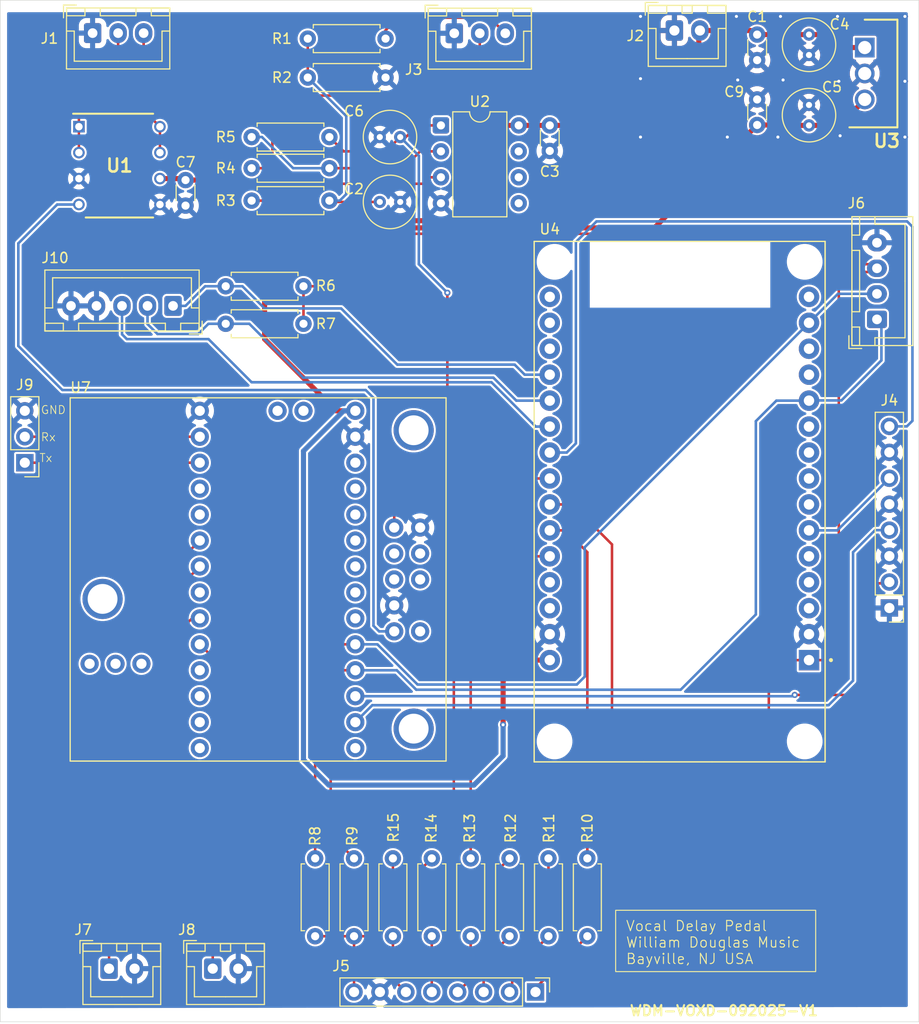
<source format=kicad_pcb>
(kicad_pcb (version 20241229) (generator "pcbnew") (generator_version "9.0")
  (title_block (title "Vocal delay Pedal") (date "2025-09-20") (rev "1") (company "William Douglas Music"))
  (layers (0 "F.Cu" signal) (2 "B.Cu" signal) (13 "F.Paste" user) (15 "B.Paste" user) (5 "F.SilkS" user "F.Silkscreen") (7 "B.SilkS" user "B.Silkscreen") (1 "F.Mask" user) (3 "B.Mask" user) (25 "Edge.Cuts" user))
  (net 0 "")
  (net 1 "GND")
  (net 2 "+9V")
  (net 3 "/VGND")
  (net 4 "+5V")
  (net 5 "Net-(J3-Pin_2)")
  (net 6 "Net-(J3-Pin_3)")
  (net 7 "SDA")
  (net 8 "+3.3V")
  (net 9 "SCL")
  (net 10 "Net-(J7-Pin_1)")
  (net 11 "Net-(J8-Pin_1)")
  (net 12 "Net-(J9-Pin_2)")
  (net 13 "LED2")
  (net 14 "LED5")
  (net 15 "LED4")
  (net 16 "LED1")
  (net 17 "LED3")
  (net 18 "LED6")
  (net 19 "SIO1")
  (net 20 "SIO4")
  (net 21 "SIO3")
  (net 22 "SIO2")
  (net 23 "LINE_IN_L")
  (net 24 "LINE_OUT_L")
  (net 25 "Net-(J1-Pin_2)")
  (net 26 "Net-(J1-Pin_3)")
  (net 27 "Net-(J9-Pin_1)")
  (net 28 "Net-(J10-Pin_1)")
  (net 29 "Net-(J10-Pin_2)")
  (net 30 "Net-(J10-Pin_3)")
  (net 31 "Net-(U2A-+)")
  (net 32 "Net-(U2A--)")
  (net 64 "Net-(J5-Pin_3)")
  (net 65 "Net-(J5-Pin_2)")
  (net 66 "Net-(J5-Pin_6)")
  (net 67 "Net-(J5-Pin_5)")
  (net 68 "Net-(J5-Pin_1)")
  (net 69 "Net-(J5-Pin_4)")
  (footprint "Connector_JST:JST_XH_B2B-XH-A_1x02_P2.50mm_Vertical" (layer "F.Cu") (at 70.477 150.807)
    (property "Reference" "J7")
    (property "Value" "Stomp SW1")
  )
  (footprint "Resistor_THT:R_Axial_DIN0207_L6.3mm_D2.5mm_P7.62mm_Horizontal" (layer "F.Cu") (at 98.29 140.012 -90)
    (property "Reference" "R15")
    (property "Value" "470" (hide yes))
  )
  (footprint "Connector_PinHeader_2.54mm:PinHeader_1x08_P2.54mm_Vertical" (layer "F.Cu") (at 146.931 115.501 180)
    (property "Reference" "J4")
    (property "Value" "Spare IO Header")
  )
  (footprint "Capacitor_THT:C_Radial_D5.0mm_H5.0mm_P2.00mm" (layer "F.Cu") (at 139.057 59.367 -90)
    (property "Reference" "C4")
    (property "Value" "100uf" (hide yes))
  )
  (footprint "Capacitor_THT:C_Disc_D3.0mm_W1.6mm_P2.50mm" (layer "F.Cu") (at 133.977 65.717 -90)
    (property "Reference" "C9")
    (property "Value" ".1uf" (hide yes))
  )
  (footprint "Resistor_THT:R_Axial_DIN0207_L6.3mm_D2.5mm_P7.62mm_Horizontal" (layer "F.Cu") (at 89.948 63.575)
    (property "Reference" "R2")
    (property "Value" "10K" (hide yes))
  )
  (footprint "Connector_JST:JST_XH_B2B-XH-A_1x02_P2.50mm_Vertical" (layer "F.Cu") (at 125.869 58.969)
    (property "Reference" "J2")
    (property "Value" "9V Supply")
  )
  (footprint "Resistor_THT:R_Axial_DIN0207_L6.3mm_D2.5mm_P7.62mm_Horizontal" (layer "F.Cu") (at 117.34 140.012 -90)
    (property "Reference" "R10")
    (property "Value" "470" (hide yes))
  )
  (footprint "Resistor_THT:R_Axial_DIN0207_L6.3mm_D2.5mm_P7.62mm_Horizontal" (layer "F.Cu") (at 84.447 69.4)
    (property "Reference" "R5")
    (property "Value" "1K" (hide yes))
  )
  (footprint "Resistor_THT:R_Axial_DIN0207_L6.3mm_D2.5mm_P7.62mm_Horizontal" (layer "F.Cu") (at 90.67 147.632 90)
    (property "Reference" "R8")
    (property "Value" "4.7K" (hide yes))
  )
  (footprint "Resistor_THT:R_Axial_DIN0207_L6.3mm_D2.5mm_P7.62mm_Horizontal" (layer "F.Cu") (at 105.91 140.012 -90)
    (property "Reference" "R13")
    (property "Value" "470" (hide yes))
  )
  (footprint "Connector_JST:JST_XH_B4B-XH-A_1x04_P2.50mm_Vertical" (layer "F.Cu") (at 145.717 87.247 90)
    (property "Reference" "J6")
    (property "Value" "OLED Display")
  )
  (footprint "Connector_PinHeader_2.54mm:PinHeader_1x03_P2.54mm_Vertical" (layer "F.Cu") (at 62.222 101.277 180)
    (property "Reference" "J9")
    (property "Value" "Conn_01x03_Pin" (hide yes))
  )
  (footprint "Resistor_THT:R_Axial_DIN0207_L6.3mm_D2.5mm_P7.62mm_Horizontal" (layer "F.Cu") (at 92.067 75.623 180)
    (property "Reference" "R3")
    (property "Value" "10K" (hide yes))
  )
  (footprint "MySamacSys:MODULE_DEV-15845" (layer "F.Cu") (at 84.447 112.707 -90)
    (property "Reference" "U7")
    (property "Value" "Audio_Shield")
  )
  (footprint "MySamacSys:DIP794W53P254L959H508Q8N" (layer "F.Cu") (at 71.493 72.194)
    (property "Reference" "U1")
    (property "Value" "DRV134PA" (hide yes))
  )
  (footprint "Resistor_THT:R_Axial_DIN0207_L6.3mm_D2.5mm_P7.62mm_Horizontal" (layer "F.Cu") (at 89.527 84.005 180)
    (property "Reference" "R6")
    (property "Value" "10K" (hide yes))
  )
  (footprint "Resistor_THT:R_Axial_DIN0207_L6.3mm_D2.5mm_P7.62mm_Horizontal" (layer "F.Cu") (at 84.447 72.448)
    (property "Reference" "R4")
    (property "Value" "10K" (hide yes))
  )
  (footprint "Capacitor_THT:C_Disc_D3.0mm_W1.6mm_P2.50mm" (layer "F.Cu") (at 133.977 59.367 -90)
    (property "Reference" "C1")
    (property "Value" ".1uf" (hide yes))
  )
  (footprint "Package_DIP:DIP-8_W7.62mm" (layer "F.Cu") (at 102.994 68.257)
    (property "Reference" "U2")
    (property "Value" "NE5532")
  )
  (footprint "Connector_JST:JST_XH_B5B-XH-A_1x05_P2.50mm_Vertical" (layer "F.Cu") (at 76.747 85.927 180)
    (property "Reference" "J10")
    (property "Value" "Encoder_With_Sw")
  )
  (footprint "Resistor_THT:R_Axial_DIN0207_L6.3mm_D2.5mm_P7.62mm_Horizontal" (layer "F.Cu") (at 102.1 140.012 -90)
    (property "Reference" "R14")
    (property "Value" "470" (hide yes))
  )
  (footprint "Connector_JST:JST_XH_B3B-XH-A_1x03_P2.50mm_Vertical" (layer "F.Cu") (at 68.866 59.223)
    (property "Reference" "J1")
    (property "Value" "XLR Out")
  )
  (footprint "MySamacSys:TO254P470X1028X1955-3P" (layer "F.Cu") (at 144.518 60.637 -90)
    (property "Reference" "U3")
    (property "Value" "LM2940T-5.0_NOPB" (hide yes))
  )
  (footprint "Resistor_THT:R_Axial_DIN0207_L6.3mm_D2.5mm_P7.62mm_Horizontal" (layer "F.Cu") (at 97.568 59.765 180)
    (property "Reference" "R1")
    (property "Value" "10K" (hide yes))
  )
  (footprint "Resistor_THT:R_Axial_DIN0207_L6.3mm_D2.5mm_P7.62mm_Horizontal" (layer "F.Cu") (at 89.527 87.677 180)
    (property "Reference" "R7")
    (property "Value" "10K" (hide yes))
  )
  (footprint "Connector_JST:JST_XH_B3B-XH-A_1x03_P2.50mm_Vertical" (layer "F.Cu") (at 104.299 59.24)
    (property "Reference" "J3")
    (property "Value" "XLR In")
  )
  (footprint "Capacitor_THT:C_Disc_D3.0mm_W1.6mm_P2.50mm" (layer "F.Cu") (at 113.657 68.257 -90)
    (property "Reference" "C3")
    (property "Value" ".1uF" (hide yes))
  )
  (footprint "Connector_JST:JST_XH_B2B-XH-A_1x02_P2.50mm_Vertical" (layer "F.Cu") (at 80.637 150.807)
    (property "Reference" "J8")
    (property "Value" "Stomp SW2")
  )
  (footprint "Capacitor_THT:C_Radial_D5.0mm_H5.0mm_P2.00mm" (layer "F.Cu") (at 97.004 75.75)
    (property "Reference" "C2")
    (property "Value" "100uf" (hide yes))
  )
  (footprint "Resistor_THT:R_Axial_DIN0207_L6.3mm_D2.5mm_P7.62mm_Horizontal" (layer "F.Cu") (at 113.53 140.012 -90)
    (property "Reference" "R11")
    (property "Value" "470" (hide yes))
  )
  (footprint "Capacitor_THT:C_Radial_D5.0mm_H5.0mm_P2.00mm" (layer "F.Cu") (at 99.004 69.4 180)
    (property "Reference" "C6")
    (property "Value" "10uf" (hide yes))
  )
  (footprint "MySamacSys:MODULE_ESP32_DEVKIT_V1" (layer "F.Cu") (at 126.357 105.087 180)
    (property "Reference" "U4")
    (property "Value" "ESP32-DEVKIT-V1")
  )
  (footprint "Capacitor_THT:C_Radial_D5.0mm_H5.0mm_P2.00mm" (layer "F.Cu") (at 139.057 68.257 90)
    (property "Reference" "C5")
    (property "Value" "100uf" (hide yes))
  )
  (footprint "Resistor_THT:R_Axial_DIN0207_L6.3mm_D2.5mm_P7.62mm_Horizontal" (layer "F.Cu") (at 94.48 147.632 90)
    (property "Reference" "R9")
    (property "Value" "4.7K" (hide yes))
  )
  (footprint "Connector_PinHeader_2.54mm:PinHeader_1x08_P2.54mm_Vertical" (layer "F.Cu") (at 112.26 153.093 -90)
    (property "Reference" "J5")
    (property "Value" "LED Header")
  )
  (footprint "Resistor_THT:R_Axial_DIN0207_L6.3mm_D2.5mm_P7.62mm_Horizontal" (layer "F.Cu") (at 109.72 140.012 -90)
    (property "Reference" "R12")
    (property "Value" "470" (hide yes))
  )
  (footprint "Capacitor_THT:C_Disc_D3.0mm_W1.6mm_P2.50mm" (layer "F.Cu") (at 77.97 73.611 -90)
    (property "Reference" "C7")
    (property "Value" ".1uF" (hide yes))
  )
  (gr_rect (start 59.817 56.007) (end 149.817 156.007) (stroke (width 0.05)) (fill no) (layer "Edge.Cuts"))
  (gr_text "GND" (at 63.746 96.578 0) (layer "F.SilkS") (effects (font (size 0.8 0.8) (thickness 0.08)) (justify left bottom)))
  (gr_text "Rx" (at 63.746 99.245 0) (layer "F.SilkS") (effects (font (size 0.8 0.8) (thickness 0.08)) (justify left bottom)))
  (gr_text "Tx" (at 63.602 101.277 0) (layer "F.SilkS") (effects (font (size 0.8 0.8) (thickness 0.08)) (justify left bottom)))
  (gr_text "WDM-VOXD-092025-V1" (at 121.404 155.506 0) (layer "F.SilkS") (effects (font (size 1 1) (thickness 0.2) (bold yes)) (justify left bottom)))
  (gr_text_box "Vocal Delay Pedal\nWilliam Douglas Music\nBayville, NJ USA" (start 120.113 145.092) (end 139.713 151.0945) (margins 1.0025 1.0025 1.0025 1.0025) (layer "F.SilkS") (effects (font (size 1 1) (thickness 0.1)) (justify left top)) (border yes) (stroke (width 0.1)))
  (via (at 122.547 63.685) (size 0.6) (drill 0.3) (layers "F.Cu" "B.Cu") (net 1))
  (via (at 141.851 57.589) (size 0.6) (drill 0.3) (layers "F.Cu" "B.Cu") (net 1))
  (via (at 148.455 57.589) (size 0.6) (drill 0.3) (layers "F.Cu" "B.Cu") (net 1))
  (via (at 141.978 63.939) (size 0.6) (drill 0.3) (layers "F.Cu" "B.Cu") (net 1))
  (via (at 142.105 69.273) (size 0.6) (drill 0.3) (layers "F.Cu" "B.Cu") (net 1))
  (via (at 131.945 57.589) (size 0.6) (drill 0.3) (layers "F.Cu" "B.Cu") (net 1))
  (via (at 136.517 63.812) (size 0.6) (drill 0.3) (layers "F.Cu" "B.Cu") (net 1))
  (via (at 122.547 69.4) (size 0.6) (drill 0.3) (layers "F.Cu" "B.Cu") (net 1))
  (via (at 136.009 69.4) (size 0.6) (drill 0.3) (layers "F.Cu" "B.Cu") (net 1))
  (via (at 132.072 63.812) (size 0.6) (drill 0.3) (layers "F.Cu" "B.Cu") (net 1))
  (via (at 122.547 57.589) (size 0.6) (drill 0.3) (layers "F.Cu" "B.Cu") (net 1))
  (via (at 148.455 63.939) (size 0.6) (drill 0.3) (layers "F.Cu" "B.Cu") (net 1))
  (via (at 136.263 57.589) (size 0.6) (drill 0.3) (layers "F.Cu" "B.Cu") (net 1))
  (via (at 131.056 69.4) (size 0.6) (drill 0.3) (layers "F.Cu" "B.Cu") (net 1))
  (via (at 148.455 69.4) (size 0.6) (drill 0.3) (layers "F.Cu" "B.Cu") (net 1))
  (segment (start 84.127 77.589) (end 104.833 77.589) (width 0.5) (layer "F.Cu") (net 2))
  (segment (start 106.164 69.019) (end 106.926 68.257) (width 0.5) (layer "F.Cu") (net 2))
  (segment (start 77.823 73.464) (end 77.97 73.611) (width 0.5) (layer "F.Cu") (net 2))
  (segment (start 106.926 68.257) (end 110.614 68.257) (width 0.5) (layer "F.Cu") (net 2))
  (segment (start 80.149 73.611) (end 84.127 77.589) (width 0.5) (layer "F.Cu") (net 2))
  (segment (start 104.833 77.589) (end 106.164 76.258) (width 0.5) (layer "F.Cu") (net 2))
  (segment (start 141.851 59.367) (end 139.057 59.367) (width 0.5) (layer "F.Cu") (net 2))
  (segment (start 133.977 59.367) (end 133.723 59.367) (width 0.5) (layer "F.Cu") (net 2))
  (segment (start 77.97 73.611) (end 80.149 73.611) (width 0.5) (layer "F.Cu") (net 2))
  (segment (start 128.262 59.076) (end 128.369 58.969) (width 0.5) (layer "F.Cu") (net 2))
  (segment (start 113.657 68.257) (end 124.706 68.257) (width 0.5) (layer "F.Cu") (net 2))
  (segment (start 124.706 68.257) (end 128.262 64.701) (width 0.5) (layer "F.Cu") (net 2))
  (segment (start 113.657 68.257) (end 110.614 68.257) (width 0.5) (layer "F.Cu") (net 2))
  (segment (start 144.557 60.637) (end 143.121 60.637) (width 0.5) (layer "F.Cu") (net 2))
  (segment (start 143.121 60.637) (end 141.851 59.367) (width 0.5) (layer "F.Cu") (net 2))
  (segment (start 133.325 58.969) (end 128.369 58.969) (width 0.5) (layer "F.Cu") (net 2))
  (segment (start 106.164 76.258) (end 106.164 69.019) (width 0.5) (layer "F.Cu") (net 2))
  (segment (start 139.057 59.367) (end 133.977 59.367) (width 0.5) (layer "F.Cu") (net 2))
  (segment (start 128.262 64.701) (end 128.262 59.076) (width 0.5) (layer "F.Cu") (net 2))
  (segment (start 75.463 73.464) (end 77.823 73.464) (width 0.5) (layer "F.Cu") (net 2))
  (segment (start 133.723 59.367) (end 133.325 58.969) (width 0.5) (layer "F.Cu") (net 2))
  (segment (start 97.004 75.75) (end 92.194 75.75) (width 0.25) (layer "F.Cu") (net 3))
  (segment (start 89.948 59.765) (end 89.948 63.575) (width 0.25) (layer "F.Cu") (net 3))
  (segment (start 92.194 75.75) (end 92.067 75.623) (width 0.25) (layer "F.Cu") (net 3))
  (segment (start 93.718 74.988) (end 93.083 75.623) (width 0.25) (layer "B.Cu") (net 3))
  (segment (start 89.948 63.575) (end 93.718 67.345) (width 0.25) (layer "B.Cu") (net 3))
  (segment (start 93.083 75.623) (end 92.067 75.623) (width 0.25) (layer "B.Cu") (net 3))
  (segment (start 93.718 67.345) (end 93.718 74.988) (width 0.25) (layer "B.Cu") (net 3))
  (segment (start 142.017 68.257) (end 139.057 68.257) (width 0.5) (layer "F.Cu") (net 4))
  (segment (start 138.168 68.257) (end 138.128 68.217) (width 0.5) (layer "F.Cu") (net 4))
  (segment (start 109.085 122.613) (end 109.085 126.931) (width 0.5) (layer "F.Cu") (net 4))
  (segment (start 111.096 120.602) (end 110.609 121.089) (width 0.5) (layer "F.Cu") (net 4))
  (segment (start 85.717 89.177) (end 85.717 79.687) (width 0.5) (layer "F.Cu") (net 4))
  (segment (start 113.657 120.602) (end 111.096 120.602) (width 0.5) (layer "F.Cu") (net 4))
  (segment (start 123.904 78.29) (end 133.977 68.217) (width 0.5) (layer "F.Cu") (net 4))
  (segment (start 139.057 68.257) (end 138.168 68.257) (width 0.5) (layer "F.Cu") (net 4))
  (segment (start 138.128 68.217) (end 133.977 68.217) (width 0.5) (layer "F.Cu") (net 4))
  (segment (start 94.607 96.197) (end 92.737 96.197) (width 0.5) (layer "F.Cu") (net 4))
  (segment (start 92.737 96.197) (end 85.717 89.177) (width 0.5) (layer "F.Cu") (net 4))
  (segment (start 87.114 78.29) (end 123.904 78.29) (width 0.5) (layer "F.Cu") (net 4))
  (segment (start 110.609 121.089) (end 109.085 122.613) (width 0.5) (layer "F.Cu") (net 4))
  (segment (start 85.717 79.687) (end 87.114 78.29) (width 0.5) (layer "F.Cu") (net 4))
  (segment (start 144.557 65.717) (end 142.017 68.257) (width 0.5) (layer "F.Cu") (net 4))
  (via (at 109.085 126.931) (size 0.6) (drill 0.3) (layers "F.Cu" "B.Cu") (net 4))
  (segment (start 106.2275 132.8365) (end 92.0035 132.8365) (width 0.5) (layer "B.Cu") (net 4))
  (segment (start 109.085 126.931) (end 109.085 129.979) (width 0.5) (layer "B.Cu") (net 4))
  (segment (start 89.527 130.36) (end 89.527 100.134) (width 0.5) (layer "B.Cu") (net 4))
  (segment (start 92.0035 132.8365) (end 89.527 130.36) (width 0.5) (layer "B.Cu") (net 4))
  (segment (start 89.527 100.134) (end 93.464 96.197) (width 0.5) (layer "B.Cu") (net 4))
  (segment (start 109.085 129.979) (end 106.2275 132.8365) (width 0.5) (layer "B.Cu") (net 4))
  (segment (start 93.464 96.197) (end 94.607 96.197) (width 0.5) (layer "B.Cu") (net 4))
  (segment (start 87.368 65.336) (end 103.497 65.336) (width 0.25) (layer "F.Cu") (net 5))
  (segment (start 86.479 66.225) (end 87.368 65.336) (width 0.25) (layer "F.Cu") (net 5))
  (segment (start 106.799 62.034) (end 106.799 59.581) (width 0.25) (layer "F.Cu") (net 5))
  (segment (start 84.447 72.448) (end 85.865491 72.448) (width 0.25) (layer "F.Cu") (net 5))
  (segment (start 106.799 59.581) (end 106.458 59.24) (width 0.25) (layer "F.Cu") (net 5))
  (segment (start 85.865491 72.448) (end 86.479 71.834491) (width 0.25) (layer "F.Cu") (net 5))
  (segment (start 86.479 71.834491) (end 86.479 66.225) (width 0.25) (layer "F.Cu") (net 5))
  (segment (start 103.497 65.336) (end 106.799 62.034) (width 0.25) (layer "F.Cu") (net 5))
  (segment (start 107.775 57.716) (end 98.798 57.716) (width 0.25) (layer "F.Cu") (net 6))
  (segment (start 97.568 58.946) (end 97.568 59.765) (width 0.25) (layer "F.Cu") (net 6))
  (segment (start 98.798 57.716) (end 97.568 58.946) (width 0.25) (layer "F.Cu") (net 6))
  (segment (start 109.299 59.24) (end 107.775 57.716) (width 0.25) (layer "F.Cu") (net 6))
  (segment (start 93.337 121.597) (end 94.607 121.597) (width 0.25) (layer "F.Cu") (net 7))
  (segment (start 94.48 140.012) (end 92.194 137.726) (width 0.25) (layer "F.Cu") (net 7))
  (segment (start 92.194 137.726) (end 92.194 122.74) (width 0.25) (layer "F.Cu") (net 7))
  (segment (start 92.194 122.74) (end 93.337 121.597) (width 0.25) (layer "F.Cu") (net 7))
  (segment (start 133.85 116.136) (end 133.85 97.213) (width 0.25) (layer "B.Cu") (net 7))
  (segment (start 139.078 95.181) (end 139.057 95.202) (width 0.25) (layer "B.Cu") (net 7))
  (segment (start 94.607 121.597) (end 98.66819 121.597) (width 0.25) (layer "B.Cu") (net 7))
  (segment (start 133.85 97.213) (end 135.861 95.202) (width 0.25) (layer "B.Cu") (net 7))
  (segment (start 126.484 123.502) (end 133.85 116.136) (width 0.25) (layer "B.Cu") (net 7))
  (segment (start 146.152 91.261) (end 142.232 95.181) (width 0.25) (layer "B.Cu") (net 7))
  (segment (start 142.232 95.181) (end 139.078 95.181) (width 0.25) (layer "B.Cu") (net 7))
  (segment (start 98.66819 121.597) (end 100.57319 123.502) (width 0.25) (layer "B.Cu") (net 7))
  (segment (start 100.57319 123.502) (end 126.484 123.502) (width 0.25) (layer "B.Cu") (net 7))
  (segment (start 135.861 95.202) (end 139.057 95.202) (width 0.25) (layer "B.Cu") (net 7))
  (segment (start 146.152 87.247) (end 146.152 91.261) (width 0.25) (layer "B.Cu") (net 7))
  (segment (start 94.48 147.632) (end 90.67 147.632) (width 0.25) (layer "F.Cu") (net 8))
  (segment (start 89.527 84.005) (end 89.527 87.677) (width 0.25) (layer "F.Cu") (net 8))
  (segment (start 140.941 120.602) (end 141.978 119.565) (width 0.25) (layer "F.Cu") (net 8))
  (segment (start 99.746 78.866) (end 140.251891 78.866) (width 0.25) (layer "F.Cu") (net 8))
  (segment (start 141.978 119.565) (end 141.978 84.132) (width 0.25) (layer "F.Cu") (net 8))
  (segment (start 143.231891 81.846) (end 145.316 81.846) (width 0.25) (layer "F.Cu") (net 8))
  (segment (start 132.637 142.241) (end 135.12 139.758) (width 0.25) (layer "F.Cu") (net 8))
  (segment (start 89.527 84.005) (end 94.607 84.005) (width 0.25) (layer "F.Cu") (net 8))
  (segment (start 143.502 82.608) (end 145.356 82.608) (width 0.25) (layer "F.Cu") (net 8))
  (segment (start 94.48 147.632) (end 94.48 153.093) (width 0.25) (layer "F.Cu") (net 8))
  (segment (start 140.251891 78.866) (end 143.231891 81.846) (width 0.25) (layer "F.Cu") (net 8))
  (segment (start 94.607 84.005) (end 99.746 78.866) (width 0.25) (layer "F.Cu") (net 8))
  (segment (start 101.00237 142.241) (end 132.637 142.241) (width 0.25) (layer "F.Cu") (net 8))
  (segment (start 95.61137 147.632) (end 101.00237 142.241) (width 0.25) (layer "F.Cu") (net 8))
  (segment (start 145.316 81.846) (end 145.717 82.247) (width 0.25) (layer "F.Cu") (net 8))
  (segment (start 135.12 139.758) (end 135.12 122.486) (width 0.25) (layer "F.Cu") (net 8))
  (segment (start 137.004 120.602) (end 139.057 120.602) (width 0.25) (layer "F.Cu") (net 8))
  (segment (start 139.057 120.602) (end 140.941 120.602) (width 0.25) (layer "F.Cu") (net 8))
  (segment (start 145.356 82.608) (end 145.717 82.247) (width 0.25) (layer "F.Cu") (net 8))
  (segment (start 94.48 147.632) (end 95.61137 147.632) (width 0.25) (layer "F.Cu") (net 8))
  (segment (start 141.978 84.132) (end 143.502 82.608) (width 0.25) (layer "F.Cu") (net 8))
  (segment (start 135.12 122.486) (end 137.004 120.602) (width 0.25) (layer "F.Cu") (net 8))
  (segment (start 92.448 119.057) (end 94.607 119.057) (width 0.25) (layer "F.Cu") (net 9))
  (segment (start 90.67 140.012) (end 90.67 120.835) (width 0.25) (layer "F.Cu") (net 9))
  (segment (start 90.67 120.835) (end 92.448 119.057) (width 0.25) (layer "F.Cu") (net 9))
  (segment (start 100.703 122.994) (end 96.766 119.057) (width 0.25) (layer "B.Cu") (net 9))
  (segment (start 96.766 119.057) (end 94.607 119.057) (width 0.25) (layer "B.Cu") (net 9))
  (segment (start 117.086 122.218096) (end 116.310096 122.994) (width 0.25) (layer "B.Cu") (net 9))
  (segment (start 146.152 84.747) (end 141.892 84.747) (width 0.25) (layer "B.Cu") (net 9))
  (segment (start 139.057 87.582) (end 117.086 109.553) (width 0.25) (layer "B.Cu") (net 9))
  (segment (start 141.892 84.747) (end 139.057 87.582) (width 0.25) (layer "B.Cu") (net 9))
  (segment (start 116.310096 122.994) (end 100.703 122.994) (width 0.25) (layer "B.Cu") (net 9))
  (segment (start 117.086 109.553) (end 117.086 122.218096) (width 0.25) (layer "B.Cu") (net 9))
  (segment (start 70.477 127.947) (end 75.43 122.994) (width 0.25) (layer "F.Cu") (net 10))
  (segment (start 75.43 122.994) (end 75.43 112.834) (width 0.25) (layer "F.Cu") (net 10))
  (segment (start 70.477 150.807) (end 70.477 127.947) (width 0.25) (layer "F.Cu") (net 10))
  (segment (start 75.43 112.834) (end 79.367 108.897) (width 0.25) (layer "F.Cu") (net 10))
  (segment (start 80.637 146.235) (end 80.637 150.807) (width 0.25) (layer "F.Cu") (net 11))
  (segment (start 76.319 141.917) (end 80.637 146.235) (width 0.25) (layer "F.Cu") (net 11))
  (segment (start 76.319 114.485) (end 76.319 141.917) (width 0.25) (layer "F.Cu") (net 11))
  (segment (start 79.367 111.437) (end 76.319 114.485) (width 0.25) (layer "F.Cu") (net 11))
  (segment (start 62.857 98.737) (end 79.367 98.737) (width 0.25) (layer "F.Cu") (net 12))
  (segment (start 118.775016 141.79) (end 119.753 140.812016) (width 0.25) (layer "F.Cu") (net 13))
  (segment (start 114.038 141.79) (end 118.775016 141.79) (width 0.25) (layer "F.Cu") (net 13))
  (segment (start 113.53 140.012) (end 113.53 141.282) (width 0.25) (layer "F.Cu") (net 13))
  (segment (start 119.753 109.278) (end 115.837 105.362) (width 0.25) (layer "F.Cu") (net 13))
  (segment (start 119.753 140.812016) (end 119.753 109.278) (width 0.25) (layer "F.Cu") (net 13))
  (segment (start 113.53 141.282) (end 114.038 141.79) (width 0.25) (layer "F.Cu") (net 13))
  (segment (start 115.837 105.362) (end 113.657 105.362) (width 0.25) (layer "F.Cu") (net 13))
  (segment (start 78.605 116.517) (end 79.367 116.517) (width 0.25) (layer "F.Cu") (net 14))
  (segment (start 77.335 140.52) (end 77.335 117.787) (width 0.25) (layer "F.Cu") (net 14))
  (segment (start 98.544 143.568) (end 80.383 143.568) (width 0.25) (layer "F.Cu") (net 14))
  (segment (start 102.1 140.012) (end 98.544 143.568) (width 0.25) (layer "F.Cu") (net 14))
  (segment (start 80.383 143.568) (end 77.335 140.52) (width 0.25) (layer "F.Cu") (net 14))
  (segment (start 77.335 117.787) (end 78.605 116.517) (width 0.25) (layer "F.Cu") (net 14))
  (segment (start 105.91 114.993) (end 110.482 110.421) (width 0.25) (layer "F.Cu") (net 15))
  (segment (start 110.503 110.442) (end 113.657 110.442) (width 0.25) (layer "F.Cu") (net 15))
  (segment (start 110.482 110.421) (end 110.503 110.442) (width 0.25) (layer "F.Cu") (net 15))
  (segment (start 105.91 140.012) (end 105.91 114.993) (width 0.25) (layer "F.Cu") (net 15))
  (segment (start 117.34 110.04) (end 115.181 107.881) (width 0.25) (layer "F.Cu") (net 16))
  (segment (start 115.16 107.902) (end 113.657 107.902) (width 0.25) (layer "F.Cu") (net 16))
  (segment (start 117.34 140.012) (end 117.34 110.04) (width 0.25) (layer "F.Cu") (net 16))
  (segment (start 115.181 107.881) (end 115.16 107.902) (width 0.25) (layer "F.Cu") (net 16))
  (segment (start 104.259 141.409) (end 104.259 105.976) (width 0.25) (layer "F.Cu") (net 17))
  (segment (start 109.72 140.012) (end 108.594 141.138) (width 0.25) (layer "F.Cu") (net 17))
  (segment (start 107.413 102.822) (end 113.657 102.822) (width 0.25) (layer "F.Cu") (net 17))
  (segment (start 104.259 105.976) (end 107.413 102.822) (width 0.25) (layer "F.Cu") (net 17))
  (segment (start 104.64 141.79) (end 104.259 141.409) (width 0.25) (layer "F.Cu") (net 17))
  (segment (start 108.594 141.392) (end 108.196 141.79) (width 0.25) (layer "F.Cu") (net 17))
  (segment (start 108.196 141.79) (end 104.64 141.79) (width 0.25) (layer "F.Cu") (net 17))
  (segment (start 108.594 141.138) (end 108.594 141.392) (width 0.25) (layer "F.Cu") (net 17))
  (segment (start 85.59 142.044) (end 86.352 142.806) (width 0.25) (layer "F.Cu") (net 18))
  (segment (start 98.29 142.298) (end 98.29 140.012) (width 0.25) (layer "F.Cu") (net 18))
  (segment (start 85.59 125.28) (end 85.59 142.044) (width 0.25) (layer "F.Cu") (net 18))
  (segment (start 86.352 142.806) (end 97.528 142.806) (width 0.25) (layer "F.Cu") (net 18))
  (segment (start 97.655 142.933) (end 98.29 142.298) (width 0.25) (layer "F.Cu") (net 18))
  (segment (start 79.367 119.057) (end 85.59 125.28) (width 0.25) (layer "F.Cu") (net 18))
  (segment (start 97.528 142.806) (end 97.655 142.933) (width 0.25) (layer "F.Cu") (net 18))
  (segment (start 149.191 97.177) (end 149.191 78.177) (width 0.25) (layer "B.Cu") (net 19))
  (segment (start 118.239 77.655) (end 116.217 79.677) (width 0.25) (layer "B.Cu") (net 19))
  (segment (start 148.669 77.655) (end 118.239 77.655) (width 0.25) (layer "B.Cu") (net 19))
  (segment (start 146.931 97.721) (end 148.647 97.721) (width 0.25) (layer "B.Cu") (net 19))
  (segment (start 115.322 100.282) (end 113.657 100.282) (width 0.25) (layer "B.Cu") (net 19))
  (segment (start 148.647 97.721) (end 149.191 97.177) (width 0.25) (layer "B.Cu") (net 19))
  (segment (start 116.217 79.677) (end 116.217 99.387) (width 0.25) (layer "B.Cu") (net 19))
  (segment (start 116.217 99.387) (end 115.322 100.282) (width 0.25) (layer "B.Cu") (net 19))
  (segment (start 149.191 78.177) (end 148.669 77.655) (width 0.25) (layer "B.Cu") (net 19))
  (segment (start 137.66 124.01) (end 143.502 124.01) (width 0.25) (layer "F.Cu") (net 20))
  (segment (start 146.804 113.088) (end 146.931 112.961) (width 0.25) (layer "F.Cu") (net 20))
  (segment (start 143.502 124.01) (end 144.518 122.994) (width 0.25) (layer "F.Cu") (net 20))
  (segment (start 145.534 113.088) (end 146.804 113.088) (width 0.25) (layer "F.Cu") (net 20))
  (segment (start 144.518 114.104) (end 145.534 113.088) (width 0.25) (layer "F.Cu") (net 20))
  (segment (start 144.518 122.994) (end 144.518 114.104) (width 0.25) (layer "F.Cu") (net 20))
  (via (at 137.66 124.01) (size 0.6) (drill 0.3) (layers "F.Cu" "B.Cu") (net 20))
  (segment (start 137.533 124.137) (end 94.607 124.137) (width 0.25) (layer "B.Cu") (net 20))
  (segment (start 137.66 124.01) (end 137.533 124.137) (width 0.25) (layer "B.Cu") (net 20))
  (segment (start 94.861 123.883) (end 94.607 124.137) (width 0.25) (layer "B.Cu") (net 20))
  (segment (start 143.375 122.613) (end 143.375 110.04) (width 0.25) (layer "B.Cu") (net 21))
  (segment (start 145.534 107.881) (end 146.931 107.881) (width 0.25) (layer "B.Cu") (net 21))
  (segment (start 140.9705 125.0175) (end 143.375 122.613) (width 0.25) (layer "B.Cu") (net 21))
  (segment (start 94.607 126.677) (end 96.2665 125.0175) (width 0.25) (layer "B.Cu") (net 21))
  (segment (start 96.2665 125.0175) (end 140.9705 125.0175) (width 0.25) (layer "B.Cu") (net 21))
  (segment (start 143.375 110.04) (end 145.534 107.881) (width 0.25) (layer "B.Cu") (net 21))
  (segment (start 141.83 107.902) (end 139.057 107.902) (width 0.25) (layer "B.Cu") (net 22))
  (segment (start 146.931 102.801) (end 141.83 107.902) (width 0.25) (layer "B.Cu") (net 22))
  (segment (start 97.607 70.797) (end 93.464 70.797) (width 0.25) (layer "F.Cu") (net 23))
  (segment (start 99.004 69.4) (end 99.56 69.4) (width 0.25) (layer "F.Cu") (net 23))
  (segment (start 98.417 105.468) (end 98.417 107.627) (width 0.25) (layer "F.Cu") (net 23))
  (segment (start 103.624 100.261) (end 98.417 105.468) (width 0.25) (layer "F.Cu") (net 23))
  (segment (start 100.703 68.257) (end 102.994 68.257) (width 0.25) (layer "F.Cu") (net 23))
  (segment (start 93.464 70.797) (end 92.067 69.4) (width 0.25) (layer "F.Cu") (net 23))
  (segment (start 103.624 84.64) (end 103.624 100.261) (width 0.25) (layer "F.Cu") (net 23))
  (segment (start 99.56 69.4) (end 100.703 68.257) (width 0.25) (layer "F.Cu") (net 23))
  (segment (start 99.004 69.4) (end 97.607 70.797) (width 0.25) (layer "F.Cu") (net 23))
  (via (at 103.624 84.64) (size 0.6) (drill 0.3) (layers "F.Cu" "B.Cu") (net 23))
  (segment (start 100.83 71.226) (end 100.83 81.846) (width 0.25) (layer "B.Cu") (net 23))
  (segment (start 99.004 69.4) (end 100.83 71.226) (width 0.25) (layer "B.Cu") (net 23))
  (segment (start 100.83 81.846) (end 103.624 84.64) (width 0.25) (layer "B.Cu") (net 23))
  (segment (start 96.932484 117.787) (end 98.417 117.787) (width 0.25) (layer "B.Cu") (net 24))
  (segment (start 67.523 76.004) (end 65.39 76.004) (width 0.25) (layer "B.Cu") (net 24))
  (segment (start 96.385 117.239516) (end 96.932484 117.787) (width 0.25) (layer "B.Cu") (net 24))
  (segment (start 96.385 94.927) (end 96.385 117.239516) (width 0.25) (layer "B.Cu") (net 24))
  (segment (start 95.623 94.165) (end 96.385 94.927) (width 0.25) (layer "B.Cu") (net 24))
  (segment (start 61.587 79.807) (end 61.587 89.847) (width 0.25) (layer "B.Cu") (net 24))
  (segment (start 61.587 89.847) (end 65.905 94.165) (width 0.25) (layer "B.Cu") (net 24))
  (segment (start 65.39 76.004) (end 61.587 79.807) (width 0.25) (layer "B.Cu") (net 24))
  (segment (start 65.905 94.165) (end 95.623 94.165) (width 0.25) (layer "B.Cu") (net 24))
  (segment (start 67.523 68.384) (end 67.523 70.924) (width 0.25) (layer "F.Cu") (net 25))
  (segment (start 67.523 66.258) (end 67.523 68.384) (width 0.25) (layer "F.Cu") (net 25))
  (segment (start 71.366 62.415) (end 67.523 66.258) (width 0.25) (layer "F.Cu") (net 25))
  (segment (start 71.366 59.223) (end 71.366 62.415) (width 0.25) (layer "F.Cu") (net 25))
  (segment (start 75.463 70.924) (end 75.463 68.384) (width 0.25) (layer "F.Cu") (net 26))
  (segment (start 73.866 66.787) (end 73.866 59.223) (width 0.25) (layer "F.Cu") (net 26))
  (segment (start 75.463 68.384) (end 73.866 66.787) (width 0.25) (layer "F.Cu") (net 26))
  (segment (start 62.857 101.277) (end 79.367 101.277) (width 0.25) (layer "F.Cu") (net 27))
  (segment (start 81.907 84.005) (end 83.545 84.005) (width 0.25) (layer "B.Cu") (net 28))
  (segment (start 111.202 92.662) (end 113.657 92.662) (width 0.25) (layer "B.Cu") (net 28))
  (segment (start 83.545 84.005) (end 85.717 86.177) (width 0.25) (layer "B.Cu") (net 28))
  (segment (start 79.889 84.005) (end 81.907 84.005) (width 0.25) (layer "B.Cu") (net 28))
  (segment (start 98.717 91.677) (end 110.217 91.677) (width 0.25) (layer "B.Cu") (net 28))
  (segment (start 76.747 85.927) (end 77.967 85.927) (width 0.25) (layer "B.Cu") (net 28))
  (segment (start 77.967 85.927) (end 79.889 84.005) (width 0.25) (layer "B.Cu") (net 28))
  (segment (start 85.717 86.177) (end 93.217 86.177) (width 0.25) (layer "B.Cu") (net 28))
  (segment (start 93.217 86.177) (end 98.717 91.677) (width 0.25) (layer "B.Cu") (net 28))
  (segment (start 110.217 91.677) (end 111.202 92.662) (width 0.25) (layer "B.Cu") (net 28))
  (segment (start 108.12981 92.952) (end 110.37981 95.202) (width 0.25) (layer "B.Cu") (net 29))
  (segment (start 84.217 87.677) (end 89.492 92.952) (width 0.25) (layer "B.Cu") (net 29))
  (segment (start 81.907 87.677) (end 84.217 87.677) (width 0.25) (layer "B.Cu") (net 29))
  (segment (start 75.217 88.677) (end 79.217 88.677) (width 0.25) (layer "B.Cu") (net 29))
  (segment (start 110.37981 95.202) (end 113.657 95.202) (width 0.25) (layer "B.Cu") (net 29))
  (segment (start 79.217 88.677) (end 80.217 87.677) (width 0.25) (layer "B.Cu") (net 29))
  (segment (start 74.247 85.927) (end 74.247 87.707) (width 0.25) (layer "B.Cu") (net 29))
  (segment (start 80.217 87.677) (end 81.907 87.677) (width 0.25) (layer "B.Cu") (net 29))
  (segment (start 89.492 92.952) (end 108.12981 92.952) (width 0.25) (layer "B.Cu") (net 29))
  (segment (start 74.247 87.707) (end 75.217 88.677) (width 0.25) (layer "B.Cu") (net 29))
  (segment (start 80.221 89.177) (end 72.217 89.177) (width 0.25) (layer "B.Cu") (net 30))
  (segment (start 84.447 93.403) (end 80.221 89.177) (width 0.25) (layer "B.Cu") (net 30))
  (segment (start 107.943 93.403) (end 84.447 93.403) (width 0.25) (layer "B.Cu") (net 30))
  (segment (start 113.657 97.742) (end 112.282 97.742) (width 0.25) (layer "B.Cu") (net 30))
  (segment (start 112.282 97.742) (end 107.943 93.403) (width 0.25) (layer "B.Cu") (net 30))
  (segment (start 72.217 89.177) (end 71.747 88.707) (width 0.25) (layer "B.Cu") (net 30))
  (segment (start 71.747 88.707) (end 71.747 85.927) (width 0.25) (layer "B.Cu") (net 30))
  (segment (start 101.846 73.337) (end 101.211 73.972) (width 0.25) (layer "F.Cu") (net 31))
  (segment (start 101.211 73.972) (end 87.622 73.972) (width 0.25) (layer "F.Cu") (net 31))
  (segment (start 85.971 75.623) (end 84.447 75.623) (width 0.25) (layer "F.Cu") (net 31))
  (segment (start 87.622 73.972) (end 85.971 75.623) (width 0.25) (layer "F.Cu") (net 31))
  (segment (start 102.994 73.337) (end 101.846 73.337) (width 0.25) (layer "F.Cu") (net 31))
  (segment (start 99.306 72.448) (end 100.957 70.797) (width 0.25) (layer "F.Cu") (net 32))
  (segment (start 100.957 70.797) (end 102.994 70.797) (width 0.25) (layer "F.Cu") (net 32))
  (segment (start 92.829 72.448) (end 99.306 72.448) (width 0.25) (layer "F.Cu") (net 32))
  (segment (start 85.463 69.4) (end 88.511 72.448) (width 0.25) (layer "B.Cu") (net 32))
  (segment (start 88.511 72.448) (end 92.067 72.448) (width 0.25) (layer "B.Cu") (net 32))
  (segment (start 84.447 69.4) (end 85.463 69.4) (width 0.25) (layer "B.Cu") (net 32))
  (segment (start 107.18 150.172) (end 107.18 153.093) (width 0.25) (layer "F.Cu") (net 64))
  (segment (start 109.72 147.632) (end 107.18 150.172) (width 0.25) (layer "F.Cu") (net 64))
  (segment (start 109.974 152.839) (end 109.72 153.093) (width 0.25) (layer "F.Cu") (net 65))
  (segment (start 113.53 147.632) (end 109.974 151.188) (width 0.25) (layer "F.Cu") (net 65))
  (segment (start 109.974 151.188) (end 109.974 152.839) (width 0.25) (layer "F.Cu") (net 65))
  (segment (start 98.29 147.632) (end 98.29 151.823) (width 0.25) (layer "F.Cu") (net 66))
  (segment (start 98.29 151.823) (end 99.56 153.093) (width 0.25) (layer "F.Cu") (net 66))
  (segment (start 102.1 147.632) (end 102.1 153.093) (width 0.25) (layer "F.Cu") (net 67))
  (segment (start 117.34 147.632) (end 112.26 152.712) (width 0.25) (layer "F.Cu") (net 68))
  (segment (start 112.26 152.712) (end 112.26 153.093) (width 0.25) (layer "F.Cu") (net 68))
  (segment (start 105.91 151.823) (end 104.64 153.093) (width 0.25) (layer "F.Cu") (net 69))
  (segment (start 105.91 147.632) (end 105.91 151.823) (width 0.25) (layer "F.Cu") (net 69))
  (zone (net 1) (net_name "GND") (layer "F.Cu") (priority 1) (connect_pads (clearance 0)) (min_thickness 0.25) (fill yes (thermal_gap 0.5) (thermal_bridge_width 0.5))
    (polygon (pts (xy 122.039052 57.208) (xy 122.03646 69.781) (xy 148.709 69.781) (xy 148.709 57.208)))
  )
  (zone (net 1) (net_name "GND") (layer "B.Cu") (connect_pads (clearance 0)) (min_thickness 0.25) (fill yes (thermal_gap 0.5) (thermal_bridge_width 0.5))
    (polygon (pts (xy 60.487 57.177) (xy 60.487 154.671595) (xy 148.733 154.561595) (xy 148.733 57.177)))
  )
)
</source>
